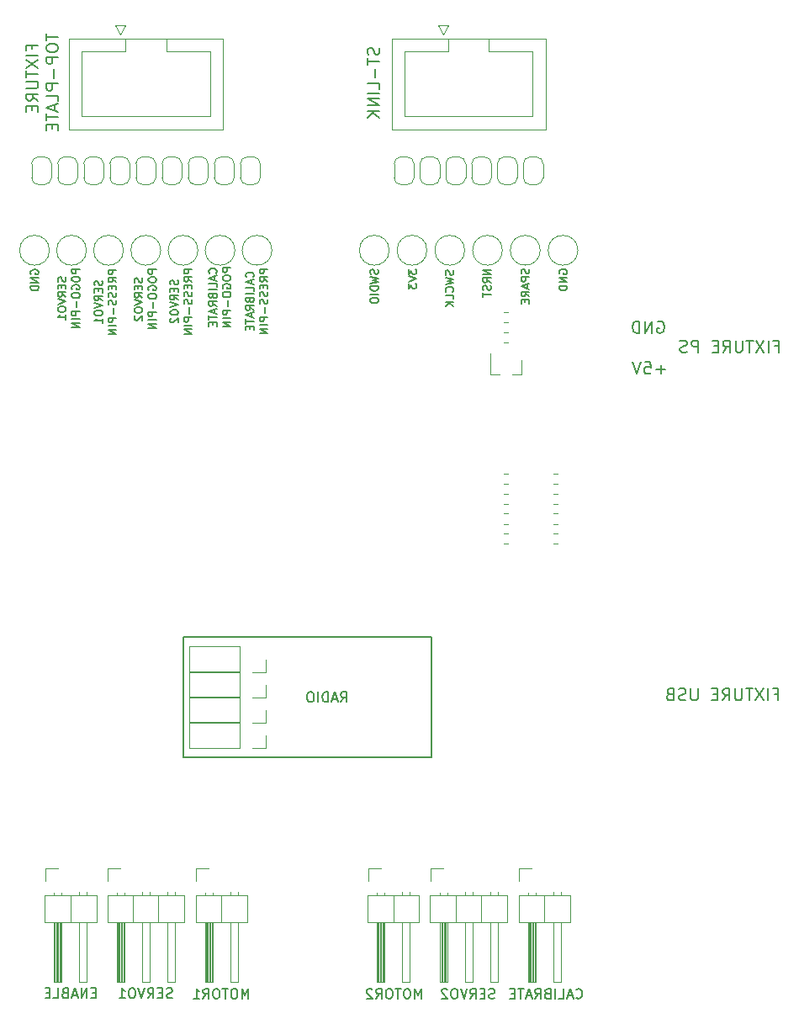
<source format=gbr>
%TF.GenerationSoftware,KiCad,Pcbnew,(5.1.10)-1*%
%TF.CreationDate,2021-11-07T17:05:54+13:00*%
%TF.ProjectId,THE_BRAINS_FIXTURE,5448455f-4252-4414-994e-535f46495854,rev?*%
%TF.SameCoordinates,Original*%
%TF.FileFunction,Legend,Bot*%
%TF.FilePolarity,Positive*%
%FSLAX46Y46*%
G04 Gerber Fmt 4.6, Leading zero omitted, Abs format (unit mm)*
G04 Created by KiCad (PCBNEW (5.1.10)-1) date 2021-11-07 17:05:54*
%MOMM*%
%LPD*%
G01*
G04 APERTURE LIST*
%ADD10C,0.200000*%
%ADD11C,0.120000*%
G04 APERTURE END LIST*
D10*
X172323809Y-75891666D02*
X172361904Y-76005952D01*
X172361904Y-76196428D01*
X172323809Y-76272619D01*
X172285714Y-76310714D01*
X172209523Y-76348809D01*
X172133333Y-76348809D01*
X172057142Y-76310714D01*
X172019047Y-76272619D01*
X171980952Y-76196428D01*
X171942857Y-76044047D01*
X171904761Y-75967857D01*
X171866666Y-75929761D01*
X171790476Y-75891666D01*
X171714285Y-75891666D01*
X171638095Y-75929761D01*
X171600000Y-75967857D01*
X171561904Y-76044047D01*
X171561904Y-76234523D01*
X171600000Y-76348809D01*
X172361904Y-76691666D02*
X171561904Y-76691666D01*
X171561904Y-76996428D01*
X171600000Y-77072619D01*
X171638095Y-77110714D01*
X171714285Y-77148809D01*
X171828571Y-77148809D01*
X171904761Y-77110714D01*
X171942857Y-77072619D01*
X171980952Y-76996428D01*
X171980952Y-76691666D01*
X172133333Y-77453571D02*
X172133333Y-77834523D01*
X172361904Y-77377380D02*
X171561904Y-77644047D01*
X172361904Y-77910714D01*
X172361904Y-78634523D02*
X171980952Y-78367857D01*
X172361904Y-78177380D02*
X171561904Y-78177380D01*
X171561904Y-78482142D01*
X171600000Y-78558333D01*
X171638095Y-78596428D01*
X171714285Y-78634523D01*
X171828571Y-78634523D01*
X171904761Y-78596428D01*
X171942857Y-78558333D01*
X171980952Y-78482142D01*
X171980952Y-78177380D01*
X171942857Y-78977380D02*
X171942857Y-79244047D01*
X172361904Y-79358333D02*
X172361904Y-78977380D01*
X171561904Y-78977380D01*
X171561904Y-79358333D01*
X122200000Y-76390476D02*
X122161904Y-76314285D01*
X122161904Y-76200000D01*
X122200000Y-76085714D01*
X122276190Y-76009523D01*
X122352380Y-75971428D01*
X122504761Y-75933333D01*
X122619047Y-75933333D01*
X122771428Y-75971428D01*
X122847619Y-76009523D01*
X122923809Y-76085714D01*
X122961904Y-76200000D01*
X122961904Y-76276190D01*
X122923809Y-76390476D01*
X122885714Y-76428571D01*
X122619047Y-76428571D01*
X122619047Y-76276190D01*
X122961904Y-76771428D02*
X122161904Y-76771428D01*
X122961904Y-77228571D01*
X122161904Y-77228571D01*
X122961904Y-77609523D02*
X122161904Y-77609523D01*
X122161904Y-77800000D01*
X122200000Y-77914285D01*
X122276190Y-77990476D01*
X122352380Y-78028571D01*
X122504761Y-78066666D01*
X122619047Y-78066666D01*
X122771428Y-78028571D01*
X122847619Y-77990476D01*
X122923809Y-77914285D01*
X122961904Y-77800000D01*
X122961904Y-77609523D01*
X133373809Y-76766666D02*
X133411904Y-76880952D01*
X133411904Y-77071428D01*
X133373809Y-77147619D01*
X133335714Y-77185714D01*
X133259523Y-77223809D01*
X133183333Y-77223809D01*
X133107142Y-77185714D01*
X133069047Y-77147619D01*
X133030952Y-77071428D01*
X132992857Y-76919047D01*
X132954761Y-76842857D01*
X132916666Y-76804761D01*
X132840476Y-76766666D01*
X132764285Y-76766666D01*
X132688095Y-76804761D01*
X132650000Y-76842857D01*
X132611904Y-76919047D01*
X132611904Y-77109523D01*
X132650000Y-77223809D01*
X132992857Y-77566666D02*
X132992857Y-77833333D01*
X133411904Y-77947619D02*
X133411904Y-77566666D01*
X132611904Y-77566666D01*
X132611904Y-77947619D01*
X133411904Y-78747619D02*
X133030952Y-78480952D01*
X133411904Y-78290476D02*
X132611904Y-78290476D01*
X132611904Y-78595238D01*
X132650000Y-78671428D01*
X132688095Y-78709523D01*
X132764285Y-78747619D01*
X132878571Y-78747619D01*
X132954761Y-78709523D01*
X132992857Y-78671428D01*
X133030952Y-78595238D01*
X133030952Y-78290476D01*
X132611904Y-78976190D02*
X133411904Y-79242857D01*
X132611904Y-79509523D01*
X132611904Y-79928571D02*
X132611904Y-80080952D01*
X132650000Y-80157142D01*
X132726190Y-80233333D01*
X132878571Y-80271428D01*
X133145238Y-80271428D01*
X133297619Y-80233333D01*
X133373809Y-80157142D01*
X133411904Y-80080952D01*
X133411904Y-79928571D01*
X133373809Y-79852380D01*
X133297619Y-79776190D01*
X133145238Y-79738095D01*
X132878571Y-79738095D01*
X132726190Y-79776190D01*
X132650000Y-79852380D01*
X132611904Y-79928571D01*
X132688095Y-80576190D02*
X132650000Y-80614285D01*
X132611904Y-80690476D01*
X132611904Y-80880952D01*
X132650000Y-80957142D01*
X132688095Y-80995238D01*
X132764285Y-81033333D01*
X132840476Y-81033333D01*
X132954761Y-80995238D01*
X133411904Y-80538095D01*
X133411904Y-81033333D01*
X134811904Y-75947619D02*
X134011904Y-75947619D01*
X134011904Y-76252380D01*
X134050000Y-76328571D01*
X134088095Y-76366666D01*
X134164285Y-76404761D01*
X134278571Y-76404761D01*
X134354761Y-76366666D01*
X134392857Y-76328571D01*
X134430952Y-76252380D01*
X134430952Y-75947619D01*
X134011904Y-76900000D02*
X134011904Y-77052380D01*
X134050000Y-77128571D01*
X134126190Y-77204761D01*
X134278571Y-77242857D01*
X134545238Y-77242857D01*
X134697619Y-77204761D01*
X134773809Y-77128571D01*
X134811904Y-77052380D01*
X134811904Y-76900000D01*
X134773809Y-76823809D01*
X134697619Y-76747619D01*
X134545238Y-76709523D01*
X134278571Y-76709523D01*
X134126190Y-76747619D01*
X134050000Y-76823809D01*
X134011904Y-76900000D01*
X134050000Y-78004761D02*
X134011904Y-77928571D01*
X134011904Y-77814285D01*
X134050000Y-77700000D01*
X134126190Y-77623809D01*
X134202380Y-77585714D01*
X134354761Y-77547619D01*
X134469047Y-77547619D01*
X134621428Y-77585714D01*
X134697619Y-77623809D01*
X134773809Y-77700000D01*
X134811904Y-77814285D01*
X134811904Y-77890476D01*
X134773809Y-78004761D01*
X134735714Y-78042857D01*
X134469047Y-78042857D01*
X134469047Y-77890476D01*
X134011904Y-78538095D02*
X134011904Y-78690476D01*
X134050000Y-78766666D01*
X134126190Y-78842857D01*
X134278571Y-78880952D01*
X134545238Y-78880952D01*
X134697619Y-78842857D01*
X134773809Y-78766666D01*
X134811904Y-78690476D01*
X134811904Y-78538095D01*
X134773809Y-78461904D01*
X134697619Y-78385714D01*
X134545238Y-78347619D01*
X134278571Y-78347619D01*
X134126190Y-78385714D01*
X134050000Y-78461904D01*
X134011904Y-78538095D01*
X134507142Y-79223809D02*
X134507142Y-79833333D01*
X134811904Y-80214285D02*
X134011904Y-80214285D01*
X134011904Y-80519047D01*
X134050000Y-80595238D01*
X134088095Y-80633333D01*
X134164285Y-80671428D01*
X134278571Y-80671428D01*
X134354761Y-80633333D01*
X134392857Y-80595238D01*
X134430952Y-80519047D01*
X134430952Y-80214285D01*
X134811904Y-81014285D02*
X134011904Y-81014285D01*
X134811904Y-81395238D02*
X134011904Y-81395238D01*
X134811904Y-81852380D01*
X134011904Y-81852380D01*
X125673809Y-76691666D02*
X125711904Y-76805952D01*
X125711904Y-76996428D01*
X125673809Y-77072619D01*
X125635714Y-77110714D01*
X125559523Y-77148809D01*
X125483333Y-77148809D01*
X125407142Y-77110714D01*
X125369047Y-77072619D01*
X125330952Y-76996428D01*
X125292857Y-76844047D01*
X125254761Y-76767857D01*
X125216666Y-76729761D01*
X125140476Y-76691666D01*
X125064285Y-76691666D01*
X124988095Y-76729761D01*
X124950000Y-76767857D01*
X124911904Y-76844047D01*
X124911904Y-77034523D01*
X124950000Y-77148809D01*
X125292857Y-77491666D02*
X125292857Y-77758333D01*
X125711904Y-77872619D02*
X125711904Y-77491666D01*
X124911904Y-77491666D01*
X124911904Y-77872619D01*
X125711904Y-78672619D02*
X125330952Y-78405952D01*
X125711904Y-78215476D02*
X124911904Y-78215476D01*
X124911904Y-78520238D01*
X124950000Y-78596428D01*
X124988095Y-78634523D01*
X125064285Y-78672619D01*
X125178571Y-78672619D01*
X125254761Y-78634523D01*
X125292857Y-78596428D01*
X125330952Y-78520238D01*
X125330952Y-78215476D01*
X124911904Y-78901190D02*
X125711904Y-79167857D01*
X124911904Y-79434523D01*
X124911904Y-79853571D02*
X124911904Y-80005952D01*
X124950000Y-80082142D01*
X125026190Y-80158333D01*
X125178571Y-80196428D01*
X125445238Y-80196428D01*
X125597619Y-80158333D01*
X125673809Y-80082142D01*
X125711904Y-80005952D01*
X125711904Y-79853571D01*
X125673809Y-79777380D01*
X125597619Y-79701190D01*
X125445238Y-79663095D01*
X125178571Y-79663095D01*
X125026190Y-79701190D01*
X124950000Y-79777380D01*
X124911904Y-79853571D01*
X125711904Y-80958333D02*
X125711904Y-80501190D01*
X125711904Y-80729761D02*
X124911904Y-80729761D01*
X125026190Y-80653571D01*
X125102380Y-80577380D01*
X125140476Y-80501190D01*
X127111904Y-75872619D02*
X126311904Y-75872619D01*
X126311904Y-76177380D01*
X126350000Y-76253571D01*
X126388095Y-76291666D01*
X126464285Y-76329761D01*
X126578571Y-76329761D01*
X126654761Y-76291666D01*
X126692857Y-76253571D01*
X126730952Y-76177380D01*
X126730952Y-75872619D01*
X126311904Y-76825000D02*
X126311904Y-76977380D01*
X126350000Y-77053571D01*
X126426190Y-77129761D01*
X126578571Y-77167857D01*
X126845238Y-77167857D01*
X126997619Y-77129761D01*
X127073809Y-77053571D01*
X127111904Y-76977380D01*
X127111904Y-76825000D01*
X127073809Y-76748809D01*
X126997619Y-76672619D01*
X126845238Y-76634523D01*
X126578571Y-76634523D01*
X126426190Y-76672619D01*
X126350000Y-76748809D01*
X126311904Y-76825000D01*
X126350000Y-77929761D02*
X126311904Y-77853571D01*
X126311904Y-77739285D01*
X126350000Y-77625000D01*
X126426190Y-77548809D01*
X126502380Y-77510714D01*
X126654761Y-77472619D01*
X126769047Y-77472619D01*
X126921428Y-77510714D01*
X126997619Y-77548809D01*
X127073809Y-77625000D01*
X127111904Y-77739285D01*
X127111904Y-77815476D01*
X127073809Y-77929761D01*
X127035714Y-77967857D01*
X126769047Y-77967857D01*
X126769047Y-77815476D01*
X126311904Y-78463095D02*
X126311904Y-78615476D01*
X126350000Y-78691666D01*
X126426190Y-78767857D01*
X126578571Y-78805952D01*
X126845238Y-78805952D01*
X126997619Y-78767857D01*
X127073809Y-78691666D01*
X127111904Y-78615476D01*
X127111904Y-78463095D01*
X127073809Y-78386904D01*
X126997619Y-78310714D01*
X126845238Y-78272619D01*
X126578571Y-78272619D01*
X126426190Y-78310714D01*
X126350000Y-78386904D01*
X126311904Y-78463095D01*
X126807142Y-79148809D02*
X126807142Y-79758333D01*
X127111904Y-80139285D02*
X126311904Y-80139285D01*
X126311904Y-80444047D01*
X126350000Y-80520238D01*
X126388095Y-80558333D01*
X126464285Y-80596428D01*
X126578571Y-80596428D01*
X126654761Y-80558333D01*
X126692857Y-80520238D01*
X126730952Y-80444047D01*
X126730952Y-80139285D01*
X127111904Y-80939285D02*
X126311904Y-80939285D01*
X127111904Y-81320238D02*
X126311904Y-81320238D01*
X127111904Y-81777380D01*
X126311904Y-81777380D01*
X129348809Y-77066666D02*
X129386904Y-77180952D01*
X129386904Y-77371428D01*
X129348809Y-77447619D01*
X129310714Y-77485714D01*
X129234523Y-77523809D01*
X129158333Y-77523809D01*
X129082142Y-77485714D01*
X129044047Y-77447619D01*
X129005952Y-77371428D01*
X128967857Y-77219047D01*
X128929761Y-77142857D01*
X128891666Y-77104761D01*
X128815476Y-77066666D01*
X128739285Y-77066666D01*
X128663095Y-77104761D01*
X128625000Y-77142857D01*
X128586904Y-77219047D01*
X128586904Y-77409523D01*
X128625000Y-77523809D01*
X128967857Y-77866666D02*
X128967857Y-78133333D01*
X129386904Y-78247619D02*
X129386904Y-77866666D01*
X128586904Y-77866666D01*
X128586904Y-78247619D01*
X129386904Y-79047619D02*
X129005952Y-78780952D01*
X129386904Y-78590476D02*
X128586904Y-78590476D01*
X128586904Y-78895238D01*
X128625000Y-78971428D01*
X128663095Y-79009523D01*
X128739285Y-79047619D01*
X128853571Y-79047619D01*
X128929761Y-79009523D01*
X128967857Y-78971428D01*
X129005952Y-78895238D01*
X129005952Y-78590476D01*
X128586904Y-79276190D02*
X129386904Y-79542857D01*
X128586904Y-79809523D01*
X128586904Y-80228571D02*
X128586904Y-80380952D01*
X128625000Y-80457142D01*
X128701190Y-80533333D01*
X128853571Y-80571428D01*
X129120238Y-80571428D01*
X129272619Y-80533333D01*
X129348809Y-80457142D01*
X129386904Y-80380952D01*
X129386904Y-80228571D01*
X129348809Y-80152380D01*
X129272619Y-80076190D01*
X129120238Y-80038095D01*
X128853571Y-80038095D01*
X128701190Y-80076190D01*
X128625000Y-80152380D01*
X128586904Y-80228571D01*
X129386904Y-81333333D02*
X129386904Y-80876190D01*
X129386904Y-81104761D02*
X128586904Y-81104761D01*
X128701190Y-81028571D01*
X128777380Y-80952380D01*
X128815476Y-80876190D01*
X130786904Y-75961904D02*
X129986904Y-75961904D01*
X129986904Y-76266666D01*
X130025000Y-76342857D01*
X130063095Y-76380952D01*
X130139285Y-76419047D01*
X130253571Y-76419047D01*
X130329761Y-76380952D01*
X130367857Y-76342857D01*
X130405952Y-76266666D01*
X130405952Y-75961904D01*
X130786904Y-77219047D02*
X130405952Y-76952380D01*
X130786904Y-76761904D02*
X129986904Y-76761904D01*
X129986904Y-77066666D01*
X130025000Y-77142857D01*
X130063095Y-77180952D01*
X130139285Y-77219047D01*
X130253571Y-77219047D01*
X130329761Y-77180952D01*
X130367857Y-77142857D01*
X130405952Y-77066666D01*
X130405952Y-76761904D01*
X130367857Y-77561904D02*
X130367857Y-77828571D01*
X130786904Y-77942857D02*
X130786904Y-77561904D01*
X129986904Y-77561904D01*
X129986904Y-77942857D01*
X130748809Y-78247619D02*
X130786904Y-78361904D01*
X130786904Y-78552380D01*
X130748809Y-78628571D01*
X130710714Y-78666666D01*
X130634523Y-78704761D01*
X130558333Y-78704761D01*
X130482142Y-78666666D01*
X130444047Y-78628571D01*
X130405952Y-78552380D01*
X130367857Y-78400000D01*
X130329761Y-78323809D01*
X130291666Y-78285714D01*
X130215476Y-78247619D01*
X130139285Y-78247619D01*
X130063095Y-78285714D01*
X130025000Y-78323809D01*
X129986904Y-78400000D01*
X129986904Y-78590476D01*
X130025000Y-78704761D01*
X130748809Y-79009523D02*
X130786904Y-79123809D01*
X130786904Y-79314285D01*
X130748809Y-79390476D01*
X130710714Y-79428571D01*
X130634523Y-79466666D01*
X130558333Y-79466666D01*
X130482142Y-79428571D01*
X130444047Y-79390476D01*
X130405952Y-79314285D01*
X130367857Y-79161904D01*
X130329761Y-79085714D01*
X130291666Y-79047619D01*
X130215476Y-79009523D01*
X130139285Y-79009523D01*
X130063095Y-79047619D01*
X130025000Y-79085714D01*
X129986904Y-79161904D01*
X129986904Y-79352380D01*
X130025000Y-79466666D01*
X130482142Y-79809523D02*
X130482142Y-80419047D01*
X130786904Y-80800000D02*
X129986904Y-80800000D01*
X129986904Y-81104761D01*
X130025000Y-81180952D01*
X130063095Y-81219047D01*
X130139285Y-81257142D01*
X130253571Y-81257142D01*
X130329761Y-81219047D01*
X130367857Y-81180952D01*
X130405952Y-81104761D01*
X130405952Y-80800000D01*
X130786904Y-81600000D02*
X129986904Y-81600000D01*
X130786904Y-81980952D02*
X129986904Y-81980952D01*
X130786904Y-82438095D01*
X129986904Y-82438095D01*
X136973809Y-77016666D02*
X137011904Y-77130952D01*
X137011904Y-77321428D01*
X136973809Y-77397619D01*
X136935714Y-77435714D01*
X136859523Y-77473809D01*
X136783333Y-77473809D01*
X136707142Y-77435714D01*
X136669047Y-77397619D01*
X136630952Y-77321428D01*
X136592857Y-77169047D01*
X136554761Y-77092857D01*
X136516666Y-77054761D01*
X136440476Y-77016666D01*
X136364285Y-77016666D01*
X136288095Y-77054761D01*
X136250000Y-77092857D01*
X136211904Y-77169047D01*
X136211904Y-77359523D01*
X136250000Y-77473809D01*
X136592857Y-77816666D02*
X136592857Y-78083333D01*
X137011904Y-78197619D02*
X137011904Y-77816666D01*
X136211904Y-77816666D01*
X136211904Y-78197619D01*
X137011904Y-78997619D02*
X136630952Y-78730952D01*
X137011904Y-78540476D02*
X136211904Y-78540476D01*
X136211904Y-78845238D01*
X136250000Y-78921428D01*
X136288095Y-78959523D01*
X136364285Y-78997619D01*
X136478571Y-78997619D01*
X136554761Y-78959523D01*
X136592857Y-78921428D01*
X136630952Y-78845238D01*
X136630952Y-78540476D01*
X136211904Y-79226190D02*
X137011904Y-79492857D01*
X136211904Y-79759523D01*
X136211904Y-80178571D02*
X136211904Y-80330952D01*
X136250000Y-80407142D01*
X136326190Y-80483333D01*
X136478571Y-80521428D01*
X136745238Y-80521428D01*
X136897619Y-80483333D01*
X136973809Y-80407142D01*
X137011904Y-80330952D01*
X137011904Y-80178571D01*
X136973809Y-80102380D01*
X136897619Y-80026190D01*
X136745238Y-79988095D01*
X136478571Y-79988095D01*
X136326190Y-80026190D01*
X136250000Y-80102380D01*
X136211904Y-80178571D01*
X136288095Y-80826190D02*
X136250000Y-80864285D01*
X136211904Y-80940476D01*
X136211904Y-81130952D01*
X136250000Y-81207142D01*
X136288095Y-81245238D01*
X136364285Y-81283333D01*
X136440476Y-81283333D01*
X136554761Y-81245238D01*
X137011904Y-80788095D01*
X137011904Y-81283333D01*
X138411904Y-75911904D02*
X137611904Y-75911904D01*
X137611904Y-76216666D01*
X137650000Y-76292857D01*
X137688095Y-76330952D01*
X137764285Y-76369047D01*
X137878571Y-76369047D01*
X137954761Y-76330952D01*
X137992857Y-76292857D01*
X138030952Y-76216666D01*
X138030952Y-75911904D01*
X138411904Y-77169047D02*
X138030952Y-76902380D01*
X138411904Y-76711904D02*
X137611904Y-76711904D01*
X137611904Y-77016666D01*
X137650000Y-77092857D01*
X137688095Y-77130952D01*
X137764285Y-77169047D01*
X137878571Y-77169047D01*
X137954761Y-77130952D01*
X137992857Y-77092857D01*
X138030952Y-77016666D01*
X138030952Y-76711904D01*
X137992857Y-77511904D02*
X137992857Y-77778571D01*
X138411904Y-77892857D02*
X138411904Y-77511904D01*
X137611904Y-77511904D01*
X137611904Y-77892857D01*
X138373809Y-78197619D02*
X138411904Y-78311904D01*
X138411904Y-78502380D01*
X138373809Y-78578571D01*
X138335714Y-78616666D01*
X138259523Y-78654761D01*
X138183333Y-78654761D01*
X138107142Y-78616666D01*
X138069047Y-78578571D01*
X138030952Y-78502380D01*
X137992857Y-78350000D01*
X137954761Y-78273809D01*
X137916666Y-78235714D01*
X137840476Y-78197619D01*
X137764285Y-78197619D01*
X137688095Y-78235714D01*
X137650000Y-78273809D01*
X137611904Y-78350000D01*
X137611904Y-78540476D01*
X137650000Y-78654761D01*
X138373809Y-78959523D02*
X138411904Y-79073809D01*
X138411904Y-79264285D01*
X138373809Y-79340476D01*
X138335714Y-79378571D01*
X138259523Y-79416666D01*
X138183333Y-79416666D01*
X138107142Y-79378571D01*
X138069047Y-79340476D01*
X138030952Y-79264285D01*
X137992857Y-79111904D01*
X137954761Y-79035714D01*
X137916666Y-78997619D01*
X137840476Y-78959523D01*
X137764285Y-78959523D01*
X137688095Y-78997619D01*
X137650000Y-79035714D01*
X137611904Y-79111904D01*
X137611904Y-79302380D01*
X137650000Y-79416666D01*
X138107142Y-79759523D02*
X138107142Y-80369047D01*
X138411904Y-80750000D02*
X137611904Y-80750000D01*
X137611904Y-81054761D01*
X137650000Y-81130952D01*
X137688095Y-81169047D01*
X137764285Y-81207142D01*
X137878571Y-81207142D01*
X137954761Y-81169047D01*
X137992857Y-81130952D01*
X138030952Y-81054761D01*
X138030952Y-80750000D01*
X138411904Y-81550000D02*
X137611904Y-81550000D01*
X138411904Y-81930952D02*
X137611904Y-81930952D01*
X138411904Y-82388095D01*
X137611904Y-82388095D01*
X144535714Y-76705952D02*
X144573809Y-76667857D01*
X144611904Y-76553571D01*
X144611904Y-76477380D01*
X144573809Y-76363095D01*
X144497619Y-76286904D01*
X144421428Y-76248809D01*
X144269047Y-76210714D01*
X144154761Y-76210714D01*
X144002380Y-76248809D01*
X143926190Y-76286904D01*
X143850000Y-76363095D01*
X143811904Y-76477380D01*
X143811904Y-76553571D01*
X143850000Y-76667857D01*
X143888095Y-76705952D01*
X144383333Y-77010714D02*
X144383333Y-77391666D01*
X144611904Y-76934523D02*
X143811904Y-77201190D01*
X144611904Y-77467857D01*
X144611904Y-78115476D02*
X144611904Y-77734523D01*
X143811904Y-77734523D01*
X144611904Y-78382142D02*
X143811904Y-78382142D01*
X144192857Y-79029761D02*
X144230952Y-79144047D01*
X144269047Y-79182142D01*
X144345238Y-79220238D01*
X144459523Y-79220238D01*
X144535714Y-79182142D01*
X144573809Y-79144047D01*
X144611904Y-79067857D01*
X144611904Y-78763095D01*
X143811904Y-78763095D01*
X143811904Y-79029761D01*
X143850000Y-79105952D01*
X143888095Y-79144047D01*
X143964285Y-79182142D01*
X144040476Y-79182142D01*
X144116666Y-79144047D01*
X144154761Y-79105952D01*
X144192857Y-79029761D01*
X144192857Y-78763095D01*
X144611904Y-80020238D02*
X144230952Y-79753571D01*
X144611904Y-79563095D02*
X143811904Y-79563095D01*
X143811904Y-79867857D01*
X143850000Y-79944047D01*
X143888095Y-79982142D01*
X143964285Y-80020238D01*
X144078571Y-80020238D01*
X144154761Y-79982142D01*
X144192857Y-79944047D01*
X144230952Y-79867857D01*
X144230952Y-79563095D01*
X144383333Y-80325000D02*
X144383333Y-80705952D01*
X144611904Y-80248809D02*
X143811904Y-80515476D01*
X144611904Y-80782142D01*
X143811904Y-80934523D02*
X143811904Y-81391666D01*
X144611904Y-81163095D02*
X143811904Y-81163095D01*
X144192857Y-81658333D02*
X144192857Y-81925000D01*
X144611904Y-82039285D02*
X144611904Y-81658333D01*
X143811904Y-81658333D01*
X143811904Y-82039285D01*
X146011904Y-75886904D02*
X145211904Y-75886904D01*
X145211904Y-76191666D01*
X145250000Y-76267857D01*
X145288095Y-76305952D01*
X145364285Y-76344047D01*
X145478571Y-76344047D01*
X145554761Y-76305952D01*
X145592857Y-76267857D01*
X145630952Y-76191666D01*
X145630952Y-75886904D01*
X146011904Y-77144047D02*
X145630952Y-76877380D01*
X146011904Y-76686904D02*
X145211904Y-76686904D01*
X145211904Y-76991666D01*
X145250000Y-77067857D01*
X145288095Y-77105952D01*
X145364285Y-77144047D01*
X145478571Y-77144047D01*
X145554761Y-77105952D01*
X145592857Y-77067857D01*
X145630952Y-76991666D01*
X145630952Y-76686904D01*
X145592857Y-77486904D02*
X145592857Y-77753571D01*
X146011904Y-77867857D02*
X146011904Y-77486904D01*
X145211904Y-77486904D01*
X145211904Y-77867857D01*
X145973809Y-78172619D02*
X146011904Y-78286904D01*
X146011904Y-78477380D01*
X145973809Y-78553571D01*
X145935714Y-78591666D01*
X145859523Y-78629761D01*
X145783333Y-78629761D01*
X145707142Y-78591666D01*
X145669047Y-78553571D01*
X145630952Y-78477380D01*
X145592857Y-78325000D01*
X145554761Y-78248809D01*
X145516666Y-78210714D01*
X145440476Y-78172619D01*
X145364285Y-78172619D01*
X145288095Y-78210714D01*
X145250000Y-78248809D01*
X145211904Y-78325000D01*
X145211904Y-78515476D01*
X145250000Y-78629761D01*
X145973809Y-78934523D02*
X146011904Y-79048809D01*
X146011904Y-79239285D01*
X145973809Y-79315476D01*
X145935714Y-79353571D01*
X145859523Y-79391666D01*
X145783333Y-79391666D01*
X145707142Y-79353571D01*
X145669047Y-79315476D01*
X145630952Y-79239285D01*
X145592857Y-79086904D01*
X145554761Y-79010714D01*
X145516666Y-78972619D01*
X145440476Y-78934523D01*
X145364285Y-78934523D01*
X145288095Y-78972619D01*
X145250000Y-79010714D01*
X145211904Y-79086904D01*
X145211904Y-79277380D01*
X145250000Y-79391666D01*
X145707142Y-79734523D02*
X145707142Y-80344047D01*
X146011904Y-80725000D02*
X145211904Y-80725000D01*
X145211904Y-81029761D01*
X145250000Y-81105952D01*
X145288095Y-81144047D01*
X145364285Y-81182142D01*
X145478571Y-81182142D01*
X145554761Y-81144047D01*
X145592857Y-81105952D01*
X145630952Y-81029761D01*
X145630952Y-80725000D01*
X146011904Y-81525000D02*
X145211904Y-81525000D01*
X146011904Y-81905952D02*
X145211904Y-81905952D01*
X146011904Y-82363095D01*
X145211904Y-82363095D01*
X140810714Y-76305952D02*
X140848809Y-76267857D01*
X140886904Y-76153571D01*
X140886904Y-76077380D01*
X140848809Y-75963095D01*
X140772619Y-75886904D01*
X140696428Y-75848809D01*
X140544047Y-75810714D01*
X140429761Y-75810714D01*
X140277380Y-75848809D01*
X140201190Y-75886904D01*
X140125000Y-75963095D01*
X140086904Y-76077380D01*
X140086904Y-76153571D01*
X140125000Y-76267857D01*
X140163095Y-76305952D01*
X140658333Y-76610714D02*
X140658333Y-76991666D01*
X140886904Y-76534523D02*
X140086904Y-76801190D01*
X140886904Y-77067857D01*
X140886904Y-77715476D02*
X140886904Y-77334523D01*
X140086904Y-77334523D01*
X140886904Y-77982142D02*
X140086904Y-77982142D01*
X140467857Y-78629761D02*
X140505952Y-78744047D01*
X140544047Y-78782142D01*
X140620238Y-78820238D01*
X140734523Y-78820238D01*
X140810714Y-78782142D01*
X140848809Y-78744047D01*
X140886904Y-78667857D01*
X140886904Y-78363095D01*
X140086904Y-78363095D01*
X140086904Y-78629761D01*
X140125000Y-78705952D01*
X140163095Y-78744047D01*
X140239285Y-78782142D01*
X140315476Y-78782142D01*
X140391666Y-78744047D01*
X140429761Y-78705952D01*
X140467857Y-78629761D01*
X140467857Y-78363095D01*
X140886904Y-79620238D02*
X140505952Y-79353571D01*
X140886904Y-79163095D02*
X140086904Y-79163095D01*
X140086904Y-79467857D01*
X140125000Y-79544047D01*
X140163095Y-79582142D01*
X140239285Y-79620238D01*
X140353571Y-79620238D01*
X140429761Y-79582142D01*
X140467857Y-79544047D01*
X140505952Y-79467857D01*
X140505952Y-79163095D01*
X140658333Y-79925000D02*
X140658333Y-80305952D01*
X140886904Y-79848809D02*
X140086904Y-80115476D01*
X140886904Y-80382142D01*
X140086904Y-80534523D02*
X140086904Y-80991666D01*
X140886904Y-80763095D02*
X140086904Y-80763095D01*
X140467857Y-81258333D02*
X140467857Y-81525000D01*
X140886904Y-81639285D02*
X140886904Y-81258333D01*
X140086904Y-81258333D01*
X140086904Y-81639285D01*
X142286904Y-75772619D02*
X141486904Y-75772619D01*
X141486904Y-76077380D01*
X141525000Y-76153571D01*
X141563095Y-76191666D01*
X141639285Y-76229761D01*
X141753571Y-76229761D01*
X141829761Y-76191666D01*
X141867857Y-76153571D01*
X141905952Y-76077380D01*
X141905952Y-75772619D01*
X141486904Y-76725000D02*
X141486904Y-76877380D01*
X141525000Y-76953571D01*
X141601190Y-77029761D01*
X141753571Y-77067857D01*
X142020238Y-77067857D01*
X142172619Y-77029761D01*
X142248809Y-76953571D01*
X142286904Y-76877380D01*
X142286904Y-76725000D01*
X142248809Y-76648809D01*
X142172619Y-76572619D01*
X142020238Y-76534523D01*
X141753571Y-76534523D01*
X141601190Y-76572619D01*
X141525000Y-76648809D01*
X141486904Y-76725000D01*
X141525000Y-77829761D02*
X141486904Y-77753571D01*
X141486904Y-77639285D01*
X141525000Y-77525000D01*
X141601190Y-77448809D01*
X141677380Y-77410714D01*
X141829761Y-77372619D01*
X141944047Y-77372619D01*
X142096428Y-77410714D01*
X142172619Y-77448809D01*
X142248809Y-77525000D01*
X142286904Y-77639285D01*
X142286904Y-77715476D01*
X142248809Y-77829761D01*
X142210714Y-77867857D01*
X141944047Y-77867857D01*
X141944047Y-77715476D01*
X141486904Y-78363095D02*
X141486904Y-78515476D01*
X141525000Y-78591666D01*
X141601190Y-78667857D01*
X141753571Y-78705952D01*
X142020238Y-78705952D01*
X142172619Y-78667857D01*
X142248809Y-78591666D01*
X142286904Y-78515476D01*
X142286904Y-78363095D01*
X142248809Y-78286904D01*
X142172619Y-78210714D01*
X142020238Y-78172619D01*
X141753571Y-78172619D01*
X141601190Y-78210714D01*
X141525000Y-78286904D01*
X141486904Y-78363095D01*
X141982142Y-79048809D02*
X141982142Y-79658333D01*
X142286904Y-80039285D02*
X141486904Y-80039285D01*
X141486904Y-80344047D01*
X141525000Y-80420238D01*
X141563095Y-80458333D01*
X141639285Y-80496428D01*
X141753571Y-80496428D01*
X141829761Y-80458333D01*
X141867857Y-80420238D01*
X141905952Y-80344047D01*
X141905952Y-80039285D01*
X142286904Y-80839285D02*
X141486904Y-80839285D01*
X142286904Y-81220238D02*
X141486904Y-81220238D01*
X142286904Y-81677380D01*
X141486904Y-81677380D01*
X175400000Y-76365476D02*
X175361904Y-76289285D01*
X175361904Y-76175000D01*
X175400000Y-76060714D01*
X175476190Y-75984523D01*
X175552380Y-75946428D01*
X175704761Y-75908333D01*
X175819047Y-75908333D01*
X175971428Y-75946428D01*
X176047619Y-75984523D01*
X176123809Y-76060714D01*
X176161904Y-76175000D01*
X176161904Y-76251190D01*
X176123809Y-76365476D01*
X176085714Y-76403571D01*
X175819047Y-76403571D01*
X175819047Y-76251190D01*
X176161904Y-76746428D02*
X175361904Y-76746428D01*
X176161904Y-77203571D01*
X175361904Y-77203571D01*
X176161904Y-77584523D02*
X175361904Y-77584523D01*
X175361904Y-77775000D01*
X175400000Y-77889285D01*
X175476190Y-77965476D01*
X175552380Y-78003571D01*
X175704761Y-78041666D01*
X175819047Y-78041666D01*
X175971428Y-78003571D01*
X176047619Y-77965476D01*
X176123809Y-77889285D01*
X176161904Y-77775000D01*
X176161904Y-77584523D01*
X168486904Y-75960714D02*
X167686904Y-75960714D01*
X168486904Y-76417857D01*
X167686904Y-76417857D01*
X168486904Y-77255952D02*
X168105952Y-76989285D01*
X168486904Y-76798809D02*
X167686904Y-76798809D01*
X167686904Y-77103571D01*
X167725000Y-77179761D01*
X167763095Y-77217857D01*
X167839285Y-77255952D01*
X167953571Y-77255952D01*
X168029761Y-77217857D01*
X168067857Y-77179761D01*
X168105952Y-77103571D01*
X168105952Y-76798809D01*
X168448809Y-77560714D02*
X168486904Y-77675000D01*
X168486904Y-77865476D01*
X168448809Y-77941666D01*
X168410714Y-77979761D01*
X168334523Y-78017857D01*
X168258333Y-78017857D01*
X168182142Y-77979761D01*
X168144047Y-77941666D01*
X168105952Y-77865476D01*
X168067857Y-77713095D01*
X168029761Y-77636904D01*
X167991666Y-77598809D01*
X167915476Y-77560714D01*
X167839285Y-77560714D01*
X167763095Y-77598809D01*
X167725000Y-77636904D01*
X167686904Y-77713095D01*
X167686904Y-77903571D01*
X167725000Y-78017857D01*
X167686904Y-78246428D02*
X167686904Y-78703571D01*
X168486904Y-78475000D02*
X167686904Y-78475000D01*
X164673809Y-76015476D02*
X164711904Y-76129761D01*
X164711904Y-76320238D01*
X164673809Y-76396428D01*
X164635714Y-76434523D01*
X164559523Y-76472619D01*
X164483333Y-76472619D01*
X164407142Y-76434523D01*
X164369047Y-76396428D01*
X164330952Y-76320238D01*
X164292857Y-76167857D01*
X164254761Y-76091666D01*
X164216666Y-76053571D01*
X164140476Y-76015476D01*
X164064285Y-76015476D01*
X163988095Y-76053571D01*
X163950000Y-76091666D01*
X163911904Y-76167857D01*
X163911904Y-76358333D01*
X163950000Y-76472619D01*
X163911904Y-76739285D02*
X164711904Y-76929761D01*
X164140476Y-77082142D01*
X164711904Y-77234523D01*
X163911904Y-77425000D01*
X164635714Y-78186904D02*
X164673809Y-78148809D01*
X164711904Y-78034523D01*
X164711904Y-77958333D01*
X164673809Y-77844047D01*
X164597619Y-77767857D01*
X164521428Y-77729761D01*
X164369047Y-77691666D01*
X164254761Y-77691666D01*
X164102380Y-77729761D01*
X164026190Y-77767857D01*
X163950000Y-77844047D01*
X163911904Y-77958333D01*
X163911904Y-78034523D01*
X163950000Y-78148809D01*
X163988095Y-78186904D01*
X164711904Y-78910714D02*
X164711904Y-78529761D01*
X163911904Y-78529761D01*
X164711904Y-79177380D02*
X163911904Y-79177380D01*
X164711904Y-79634523D02*
X164254761Y-79291666D01*
X163911904Y-79634523D02*
X164369047Y-79177380D01*
X160186904Y-75884523D02*
X160186904Y-76379761D01*
X160491666Y-76113095D01*
X160491666Y-76227380D01*
X160529761Y-76303571D01*
X160567857Y-76341666D01*
X160644047Y-76379761D01*
X160834523Y-76379761D01*
X160910714Y-76341666D01*
X160948809Y-76303571D01*
X160986904Y-76227380D01*
X160986904Y-75998809D01*
X160948809Y-75922619D01*
X160910714Y-75884523D01*
X160186904Y-76608333D02*
X160986904Y-76875000D01*
X160186904Y-77141666D01*
X160186904Y-77332142D02*
X160186904Y-77827380D01*
X160491666Y-77560714D01*
X160491666Y-77675000D01*
X160529761Y-77751190D01*
X160567857Y-77789285D01*
X160644047Y-77827380D01*
X160834523Y-77827380D01*
X160910714Y-77789285D01*
X160948809Y-77751190D01*
X160986904Y-77675000D01*
X160986904Y-77446428D01*
X160948809Y-77370238D01*
X160910714Y-77332142D01*
X157123809Y-75929761D02*
X157161904Y-76044047D01*
X157161904Y-76234523D01*
X157123809Y-76310714D01*
X157085714Y-76348809D01*
X157009523Y-76386904D01*
X156933333Y-76386904D01*
X156857142Y-76348809D01*
X156819047Y-76310714D01*
X156780952Y-76234523D01*
X156742857Y-76082142D01*
X156704761Y-76005952D01*
X156666666Y-75967857D01*
X156590476Y-75929761D01*
X156514285Y-75929761D01*
X156438095Y-75967857D01*
X156400000Y-76005952D01*
X156361904Y-76082142D01*
X156361904Y-76272619D01*
X156400000Y-76386904D01*
X156361904Y-76653571D02*
X157161904Y-76844047D01*
X156590476Y-76996428D01*
X157161904Y-77148809D01*
X156361904Y-77339285D01*
X157161904Y-77644047D02*
X156361904Y-77644047D01*
X156361904Y-77834523D01*
X156400000Y-77948809D01*
X156476190Y-78025000D01*
X156552380Y-78063095D01*
X156704761Y-78101190D01*
X156819047Y-78101190D01*
X156971428Y-78063095D01*
X157047619Y-78025000D01*
X157123809Y-77948809D01*
X157161904Y-77834523D01*
X157161904Y-77644047D01*
X157161904Y-78444047D02*
X156361904Y-78444047D01*
X156361904Y-78977380D02*
X156361904Y-79129761D01*
X156400000Y-79205952D01*
X156476190Y-79282142D01*
X156628571Y-79320238D01*
X156895238Y-79320238D01*
X157047619Y-79282142D01*
X157123809Y-79205952D01*
X157161904Y-79129761D01*
X157161904Y-78977380D01*
X157123809Y-78901190D01*
X157047619Y-78825000D01*
X156895238Y-78786904D01*
X156628571Y-78786904D01*
X156476190Y-78825000D01*
X156400000Y-78901190D01*
X156361904Y-78977380D01*
X153380952Y-119452380D02*
X153714285Y-118976190D01*
X153952380Y-119452380D02*
X153952380Y-118452380D01*
X153571428Y-118452380D01*
X153476190Y-118500000D01*
X153428571Y-118547619D01*
X153380952Y-118642857D01*
X153380952Y-118785714D01*
X153428571Y-118880952D01*
X153476190Y-118928571D01*
X153571428Y-118976190D01*
X153952380Y-118976190D01*
X153000000Y-119166666D02*
X152523809Y-119166666D01*
X153095238Y-119452380D02*
X152761904Y-118452380D01*
X152428571Y-119452380D01*
X152095238Y-119452380D02*
X152095238Y-118452380D01*
X151857142Y-118452380D01*
X151714285Y-118500000D01*
X151619047Y-118595238D01*
X151571428Y-118690476D01*
X151523809Y-118880952D01*
X151523809Y-119023809D01*
X151571428Y-119214285D01*
X151619047Y-119309523D01*
X151714285Y-119404761D01*
X151857142Y-119452380D01*
X152095238Y-119452380D01*
X151095238Y-119452380D02*
X151095238Y-118452380D01*
X150428571Y-118452380D02*
X150238095Y-118452380D01*
X150142857Y-118500000D01*
X150047619Y-118595238D01*
X150000000Y-118785714D01*
X150000000Y-119119047D01*
X150047619Y-119309523D01*
X150142857Y-119404761D01*
X150238095Y-119452380D01*
X150428571Y-119452380D01*
X150523809Y-119404761D01*
X150619047Y-119309523D01*
X150666666Y-119119047D01*
X150666666Y-118785714D01*
X150619047Y-118595238D01*
X150523809Y-118500000D01*
X150428571Y-118452380D01*
X197021428Y-118664285D02*
X197421428Y-118664285D01*
X197421428Y-119292857D02*
X197421428Y-118092857D01*
X196850000Y-118092857D01*
X196392857Y-119292857D02*
X196392857Y-118092857D01*
X195935714Y-118092857D02*
X195135714Y-119292857D01*
X195135714Y-118092857D02*
X195935714Y-119292857D01*
X194850000Y-118092857D02*
X194164285Y-118092857D01*
X194507142Y-119292857D02*
X194507142Y-118092857D01*
X193764285Y-118092857D02*
X193764285Y-119064285D01*
X193707142Y-119178571D01*
X193650000Y-119235714D01*
X193535714Y-119292857D01*
X193307142Y-119292857D01*
X193192857Y-119235714D01*
X193135714Y-119178571D01*
X193078571Y-119064285D01*
X193078571Y-118092857D01*
X191821428Y-119292857D02*
X192221428Y-118721428D01*
X192507142Y-119292857D02*
X192507142Y-118092857D01*
X192050000Y-118092857D01*
X191935714Y-118150000D01*
X191878571Y-118207142D01*
X191821428Y-118321428D01*
X191821428Y-118492857D01*
X191878571Y-118607142D01*
X191935714Y-118664285D01*
X192050000Y-118721428D01*
X192507142Y-118721428D01*
X191307142Y-118664285D02*
X190907142Y-118664285D01*
X190735714Y-119292857D02*
X191307142Y-119292857D01*
X191307142Y-118092857D01*
X190735714Y-118092857D01*
X189307142Y-118092857D02*
X189307142Y-119064285D01*
X189250000Y-119178571D01*
X189192857Y-119235714D01*
X189078571Y-119292857D01*
X188850000Y-119292857D01*
X188735714Y-119235714D01*
X188678571Y-119178571D01*
X188621428Y-119064285D01*
X188621428Y-118092857D01*
X188107142Y-119235714D02*
X187935714Y-119292857D01*
X187650000Y-119292857D01*
X187535714Y-119235714D01*
X187478571Y-119178571D01*
X187421428Y-119064285D01*
X187421428Y-118950000D01*
X187478571Y-118835714D01*
X187535714Y-118778571D01*
X187650000Y-118721428D01*
X187878571Y-118664285D01*
X187992857Y-118607142D01*
X188050000Y-118550000D01*
X188107142Y-118435714D01*
X188107142Y-118321428D01*
X188050000Y-118207142D01*
X187992857Y-118150000D01*
X187878571Y-118092857D01*
X187592857Y-118092857D01*
X187421428Y-118150000D01*
X186507142Y-118664285D02*
X186335714Y-118721428D01*
X186278571Y-118778571D01*
X186221428Y-118892857D01*
X186221428Y-119064285D01*
X186278571Y-119178571D01*
X186335714Y-119235714D01*
X186450000Y-119292857D01*
X186907142Y-119292857D01*
X186907142Y-118092857D01*
X186507142Y-118092857D01*
X186392857Y-118150000D01*
X186335714Y-118207142D01*
X186278571Y-118321428D01*
X186278571Y-118435714D01*
X186335714Y-118550000D01*
X186392857Y-118607142D01*
X186507142Y-118664285D01*
X186907142Y-118664285D01*
X197067857Y-83639285D02*
X197467857Y-83639285D01*
X197467857Y-84267857D02*
X197467857Y-83067857D01*
X196896428Y-83067857D01*
X196439285Y-84267857D02*
X196439285Y-83067857D01*
X195982142Y-83067857D02*
X195182142Y-84267857D01*
X195182142Y-83067857D02*
X195982142Y-84267857D01*
X194896428Y-83067857D02*
X194210714Y-83067857D01*
X194553571Y-84267857D02*
X194553571Y-83067857D01*
X193810714Y-83067857D02*
X193810714Y-84039285D01*
X193753571Y-84153571D01*
X193696428Y-84210714D01*
X193582142Y-84267857D01*
X193353571Y-84267857D01*
X193239285Y-84210714D01*
X193182142Y-84153571D01*
X193125000Y-84039285D01*
X193125000Y-83067857D01*
X191867857Y-84267857D02*
X192267857Y-83696428D01*
X192553571Y-84267857D02*
X192553571Y-83067857D01*
X192096428Y-83067857D01*
X191982142Y-83125000D01*
X191925000Y-83182142D01*
X191867857Y-83296428D01*
X191867857Y-83467857D01*
X191925000Y-83582142D01*
X191982142Y-83639285D01*
X192096428Y-83696428D01*
X192553571Y-83696428D01*
X191353571Y-83639285D02*
X190953571Y-83639285D01*
X190782142Y-84267857D02*
X191353571Y-84267857D01*
X191353571Y-83067857D01*
X190782142Y-83067857D01*
X189353571Y-84267857D02*
X189353571Y-83067857D01*
X188896428Y-83067857D01*
X188782142Y-83125000D01*
X188725000Y-83182142D01*
X188667857Y-83296428D01*
X188667857Y-83467857D01*
X188725000Y-83582142D01*
X188782142Y-83639285D01*
X188896428Y-83696428D01*
X189353571Y-83696428D01*
X188210714Y-84210714D02*
X188039285Y-84267857D01*
X187753571Y-84267857D01*
X187639285Y-84210714D01*
X187582142Y-84153571D01*
X187525000Y-84039285D01*
X187525000Y-83925000D01*
X187582142Y-83810714D01*
X187639285Y-83753571D01*
X187753571Y-83696428D01*
X187982142Y-83639285D01*
X188096428Y-83582142D01*
X188153571Y-83525000D01*
X188210714Y-83410714D01*
X188210714Y-83296428D01*
X188153571Y-83182142D01*
X188096428Y-83125000D01*
X187982142Y-83067857D01*
X187696428Y-83067857D01*
X187525000Y-83125000D01*
X122289285Y-53753571D02*
X122289285Y-53353571D01*
X122917857Y-53353571D02*
X121717857Y-53353571D01*
X121717857Y-53925000D01*
X122917857Y-54382142D02*
X121717857Y-54382142D01*
X121717857Y-54839285D02*
X122917857Y-55639285D01*
X121717857Y-55639285D02*
X122917857Y-54839285D01*
X121717857Y-55925000D02*
X121717857Y-56610714D01*
X122917857Y-56267857D02*
X121717857Y-56267857D01*
X121717857Y-57010714D02*
X122689285Y-57010714D01*
X122803571Y-57067857D01*
X122860714Y-57125000D01*
X122917857Y-57239285D01*
X122917857Y-57467857D01*
X122860714Y-57582142D01*
X122803571Y-57639285D01*
X122689285Y-57696428D01*
X121717857Y-57696428D01*
X122917857Y-58953571D02*
X122346428Y-58553571D01*
X122917857Y-58267857D02*
X121717857Y-58267857D01*
X121717857Y-58725000D01*
X121775000Y-58839285D01*
X121832142Y-58896428D01*
X121946428Y-58953571D01*
X122117857Y-58953571D01*
X122232142Y-58896428D01*
X122289285Y-58839285D01*
X122346428Y-58725000D01*
X122346428Y-58267857D01*
X122289285Y-59467857D02*
X122289285Y-59867857D01*
X122917857Y-60039285D02*
X122917857Y-59467857D01*
X121717857Y-59467857D01*
X121717857Y-60039285D01*
X123717857Y-52210714D02*
X123717857Y-52896428D01*
X124917857Y-52553571D02*
X123717857Y-52553571D01*
X123717857Y-53525000D02*
X123717857Y-53753571D01*
X123775000Y-53867857D01*
X123889285Y-53982142D01*
X124117857Y-54039285D01*
X124517857Y-54039285D01*
X124746428Y-53982142D01*
X124860714Y-53867857D01*
X124917857Y-53753571D01*
X124917857Y-53525000D01*
X124860714Y-53410714D01*
X124746428Y-53296428D01*
X124517857Y-53239285D01*
X124117857Y-53239285D01*
X123889285Y-53296428D01*
X123775000Y-53410714D01*
X123717857Y-53525000D01*
X124917857Y-54553571D02*
X123717857Y-54553571D01*
X123717857Y-55010714D01*
X123775000Y-55125000D01*
X123832142Y-55182142D01*
X123946428Y-55239285D01*
X124117857Y-55239285D01*
X124232142Y-55182142D01*
X124289285Y-55125000D01*
X124346428Y-55010714D01*
X124346428Y-54553571D01*
X124460714Y-55753571D02*
X124460714Y-56667857D01*
X124917857Y-57239285D02*
X123717857Y-57239285D01*
X123717857Y-57696428D01*
X123775000Y-57810714D01*
X123832142Y-57867857D01*
X123946428Y-57925000D01*
X124117857Y-57925000D01*
X124232142Y-57867857D01*
X124289285Y-57810714D01*
X124346428Y-57696428D01*
X124346428Y-57239285D01*
X124917857Y-59010714D02*
X124917857Y-58439285D01*
X123717857Y-58439285D01*
X124575000Y-59353571D02*
X124575000Y-59925000D01*
X124917857Y-59239285D02*
X123717857Y-59639285D01*
X124917857Y-60039285D01*
X123717857Y-60267857D02*
X123717857Y-60953571D01*
X124917857Y-60610714D02*
X123717857Y-60610714D01*
X124289285Y-61353571D02*
X124289285Y-61753571D01*
X124917857Y-61925000D02*
X124917857Y-61353571D01*
X123717857Y-61353571D01*
X123717857Y-61925000D01*
X157235714Y-53607142D02*
X157292857Y-53778571D01*
X157292857Y-54064285D01*
X157235714Y-54178571D01*
X157178571Y-54235714D01*
X157064285Y-54292857D01*
X156950000Y-54292857D01*
X156835714Y-54235714D01*
X156778571Y-54178571D01*
X156721428Y-54064285D01*
X156664285Y-53835714D01*
X156607142Y-53721428D01*
X156550000Y-53664285D01*
X156435714Y-53607142D01*
X156321428Y-53607142D01*
X156207142Y-53664285D01*
X156150000Y-53721428D01*
X156092857Y-53835714D01*
X156092857Y-54121428D01*
X156150000Y-54292857D01*
X156092857Y-54635714D02*
X156092857Y-55321428D01*
X157292857Y-54978571D02*
X156092857Y-54978571D01*
X156835714Y-55721428D02*
X156835714Y-56635714D01*
X157292857Y-57778571D02*
X157292857Y-57207142D01*
X156092857Y-57207142D01*
X157292857Y-58178571D02*
X156092857Y-58178571D01*
X157292857Y-58750000D02*
X156092857Y-58750000D01*
X157292857Y-59435714D01*
X156092857Y-59435714D01*
X157292857Y-60007142D02*
X156092857Y-60007142D01*
X157292857Y-60692857D02*
X156607142Y-60178571D01*
X156092857Y-60692857D02*
X156778571Y-60007142D01*
X185264285Y-81175000D02*
X185378571Y-81117857D01*
X185550000Y-81117857D01*
X185721428Y-81175000D01*
X185835714Y-81289285D01*
X185892857Y-81403571D01*
X185950000Y-81632142D01*
X185950000Y-81803571D01*
X185892857Y-82032142D01*
X185835714Y-82146428D01*
X185721428Y-82260714D01*
X185550000Y-82317857D01*
X185435714Y-82317857D01*
X185264285Y-82260714D01*
X185207142Y-82203571D01*
X185207142Y-81803571D01*
X185435714Y-81803571D01*
X184692857Y-82317857D02*
X184692857Y-81117857D01*
X184007142Y-82317857D01*
X184007142Y-81117857D01*
X183435714Y-82317857D02*
X183435714Y-81117857D01*
X183150000Y-81117857D01*
X182978571Y-81175000D01*
X182864285Y-81289285D01*
X182807142Y-81403571D01*
X182750000Y-81632142D01*
X182750000Y-81803571D01*
X182807142Y-82032142D01*
X182864285Y-82146428D01*
X182978571Y-82260714D01*
X183150000Y-82317857D01*
X183435714Y-82317857D01*
X186042857Y-85985714D02*
X185128571Y-85985714D01*
X185585714Y-86442857D02*
X185585714Y-85528571D01*
X183985714Y-85242857D02*
X184557142Y-85242857D01*
X184614285Y-85814285D01*
X184557142Y-85757142D01*
X184442857Y-85700000D01*
X184157142Y-85700000D01*
X184042857Y-85757142D01*
X183985714Y-85814285D01*
X183928571Y-85928571D01*
X183928571Y-86214285D01*
X183985714Y-86328571D01*
X184042857Y-86385714D01*
X184157142Y-86442857D01*
X184442857Y-86442857D01*
X184557142Y-86385714D01*
X184614285Y-86328571D01*
X183585714Y-85242857D02*
X183185714Y-86442857D01*
X182785714Y-85242857D01*
X162500000Y-112950000D02*
X137500000Y-112950000D01*
X162500000Y-124975000D02*
X137500000Y-124975000D01*
X137500000Y-112975000D02*
X137500000Y-124975000D01*
X162500000Y-112975000D02*
X162500000Y-124975000D01*
X128723809Y-148728571D02*
X128390476Y-148728571D01*
X128247619Y-149252380D02*
X128723809Y-149252380D01*
X128723809Y-148252380D01*
X128247619Y-148252380D01*
X127819047Y-149252380D02*
X127819047Y-148252380D01*
X127247619Y-149252380D01*
X127247619Y-148252380D01*
X126819047Y-148966666D02*
X126342857Y-148966666D01*
X126914285Y-149252380D02*
X126580952Y-148252380D01*
X126247619Y-149252380D01*
X125580952Y-148728571D02*
X125438095Y-148776190D01*
X125390476Y-148823809D01*
X125342857Y-148919047D01*
X125342857Y-149061904D01*
X125390476Y-149157142D01*
X125438095Y-149204761D01*
X125533333Y-149252380D01*
X125914285Y-149252380D01*
X125914285Y-148252380D01*
X125580952Y-148252380D01*
X125485714Y-148300000D01*
X125438095Y-148347619D01*
X125390476Y-148442857D01*
X125390476Y-148538095D01*
X125438095Y-148633333D01*
X125485714Y-148680952D01*
X125580952Y-148728571D01*
X125914285Y-148728571D01*
X124438095Y-149252380D02*
X124914285Y-149252380D01*
X124914285Y-148252380D01*
X124104761Y-148728571D02*
X123771428Y-148728571D01*
X123628571Y-149252380D02*
X124104761Y-149252380D01*
X124104761Y-148252380D01*
X123628571Y-148252380D01*
X177073809Y-149207142D02*
X177121428Y-149254761D01*
X177264285Y-149302380D01*
X177359523Y-149302380D01*
X177502380Y-149254761D01*
X177597619Y-149159523D01*
X177645238Y-149064285D01*
X177692857Y-148873809D01*
X177692857Y-148730952D01*
X177645238Y-148540476D01*
X177597619Y-148445238D01*
X177502380Y-148350000D01*
X177359523Y-148302380D01*
X177264285Y-148302380D01*
X177121428Y-148350000D01*
X177073809Y-148397619D01*
X176692857Y-149016666D02*
X176216666Y-149016666D01*
X176788095Y-149302380D02*
X176454761Y-148302380D01*
X176121428Y-149302380D01*
X175311904Y-149302380D02*
X175788095Y-149302380D01*
X175788095Y-148302380D01*
X174978571Y-149302380D02*
X174978571Y-148302380D01*
X174169047Y-148778571D02*
X174026190Y-148826190D01*
X173978571Y-148873809D01*
X173930952Y-148969047D01*
X173930952Y-149111904D01*
X173978571Y-149207142D01*
X174026190Y-149254761D01*
X174121428Y-149302380D01*
X174502380Y-149302380D01*
X174502380Y-148302380D01*
X174169047Y-148302380D01*
X174073809Y-148350000D01*
X174026190Y-148397619D01*
X173978571Y-148492857D01*
X173978571Y-148588095D01*
X174026190Y-148683333D01*
X174073809Y-148730952D01*
X174169047Y-148778571D01*
X174502380Y-148778571D01*
X172930952Y-149302380D02*
X173264285Y-148826190D01*
X173502380Y-149302380D02*
X173502380Y-148302380D01*
X173121428Y-148302380D01*
X173026190Y-148350000D01*
X172978571Y-148397619D01*
X172930952Y-148492857D01*
X172930952Y-148635714D01*
X172978571Y-148730952D01*
X173026190Y-148778571D01*
X173121428Y-148826190D01*
X173502380Y-148826190D01*
X172550000Y-149016666D02*
X172073809Y-149016666D01*
X172645238Y-149302380D02*
X172311904Y-148302380D01*
X171978571Y-149302380D01*
X171788095Y-148302380D02*
X171216666Y-148302380D01*
X171502380Y-149302380D02*
X171502380Y-148302380D01*
X170883333Y-148778571D02*
X170550000Y-148778571D01*
X170407142Y-149302380D02*
X170883333Y-149302380D01*
X170883333Y-148302380D01*
X170407142Y-148302380D01*
X161488095Y-149302380D02*
X161488095Y-148302380D01*
X161154761Y-149016666D01*
X160821428Y-148302380D01*
X160821428Y-149302380D01*
X160154761Y-148302380D02*
X159964285Y-148302380D01*
X159869047Y-148350000D01*
X159773809Y-148445238D01*
X159726190Y-148635714D01*
X159726190Y-148969047D01*
X159773809Y-149159523D01*
X159869047Y-149254761D01*
X159964285Y-149302380D01*
X160154761Y-149302380D01*
X160250000Y-149254761D01*
X160345238Y-149159523D01*
X160392857Y-148969047D01*
X160392857Y-148635714D01*
X160345238Y-148445238D01*
X160250000Y-148350000D01*
X160154761Y-148302380D01*
X159440476Y-148302380D02*
X158869047Y-148302380D01*
X159154761Y-149302380D02*
X159154761Y-148302380D01*
X158345238Y-148302380D02*
X158154761Y-148302380D01*
X158059523Y-148350000D01*
X157964285Y-148445238D01*
X157916666Y-148635714D01*
X157916666Y-148969047D01*
X157964285Y-149159523D01*
X158059523Y-149254761D01*
X158154761Y-149302380D01*
X158345238Y-149302380D01*
X158440476Y-149254761D01*
X158535714Y-149159523D01*
X158583333Y-148969047D01*
X158583333Y-148635714D01*
X158535714Y-148445238D01*
X158440476Y-148350000D01*
X158345238Y-148302380D01*
X156916666Y-149302380D02*
X157250000Y-148826190D01*
X157488095Y-149302380D02*
X157488095Y-148302380D01*
X157107142Y-148302380D01*
X157011904Y-148350000D01*
X156964285Y-148397619D01*
X156916666Y-148492857D01*
X156916666Y-148635714D01*
X156964285Y-148730952D01*
X157011904Y-148778571D01*
X157107142Y-148826190D01*
X157488095Y-148826190D01*
X156535714Y-148397619D02*
X156488095Y-148350000D01*
X156392857Y-148302380D01*
X156154761Y-148302380D01*
X156059523Y-148350000D01*
X156011904Y-148397619D01*
X155964285Y-148492857D01*
X155964285Y-148588095D01*
X156011904Y-148730952D01*
X156583333Y-149302380D01*
X155964285Y-149302380D01*
X144088095Y-149302380D02*
X144088095Y-148302380D01*
X143754761Y-149016666D01*
X143421428Y-148302380D01*
X143421428Y-149302380D01*
X142754761Y-148302380D02*
X142564285Y-148302380D01*
X142469047Y-148350000D01*
X142373809Y-148445238D01*
X142326190Y-148635714D01*
X142326190Y-148969047D01*
X142373809Y-149159523D01*
X142469047Y-149254761D01*
X142564285Y-149302380D01*
X142754761Y-149302380D01*
X142850000Y-149254761D01*
X142945238Y-149159523D01*
X142992857Y-148969047D01*
X142992857Y-148635714D01*
X142945238Y-148445238D01*
X142850000Y-148350000D01*
X142754761Y-148302380D01*
X142040476Y-148302380D02*
X141469047Y-148302380D01*
X141754761Y-149302380D02*
X141754761Y-148302380D01*
X140945238Y-148302380D02*
X140754761Y-148302380D01*
X140659523Y-148350000D01*
X140564285Y-148445238D01*
X140516666Y-148635714D01*
X140516666Y-148969047D01*
X140564285Y-149159523D01*
X140659523Y-149254761D01*
X140754761Y-149302380D01*
X140945238Y-149302380D01*
X141040476Y-149254761D01*
X141135714Y-149159523D01*
X141183333Y-148969047D01*
X141183333Y-148635714D01*
X141135714Y-148445238D01*
X141040476Y-148350000D01*
X140945238Y-148302380D01*
X139516666Y-149302380D02*
X139850000Y-148826190D01*
X140088095Y-149302380D02*
X140088095Y-148302380D01*
X139707142Y-148302380D01*
X139611904Y-148350000D01*
X139564285Y-148397619D01*
X139516666Y-148492857D01*
X139516666Y-148635714D01*
X139564285Y-148730952D01*
X139611904Y-148778571D01*
X139707142Y-148826190D01*
X140088095Y-148826190D01*
X138564285Y-149302380D02*
X139135714Y-149302380D01*
X138850000Y-149302380D02*
X138850000Y-148302380D01*
X138945238Y-148445238D01*
X139040476Y-148540476D01*
X139135714Y-148588095D01*
X168866666Y-149254761D02*
X168723809Y-149302380D01*
X168485714Y-149302380D01*
X168390476Y-149254761D01*
X168342857Y-149207142D01*
X168295238Y-149111904D01*
X168295238Y-149016666D01*
X168342857Y-148921428D01*
X168390476Y-148873809D01*
X168485714Y-148826190D01*
X168676190Y-148778571D01*
X168771428Y-148730952D01*
X168819047Y-148683333D01*
X168866666Y-148588095D01*
X168866666Y-148492857D01*
X168819047Y-148397619D01*
X168771428Y-148350000D01*
X168676190Y-148302380D01*
X168438095Y-148302380D01*
X168295238Y-148350000D01*
X167866666Y-148778571D02*
X167533333Y-148778571D01*
X167390476Y-149302380D02*
X167866666Y-149302380D01*
X167866666Y-148302380D01*
X167390476Y-148302380D01*
X166390476Y-149302380D02*
X166723809Y-148826190D01*
X166961904Y-149302380D02*
X166961904Y-148302380D01*
X166580952Y-148302380D01*
X166485714Y-148350000D01*
X166438095Y-148397619D01*
X166390476Y-148492857D01*
X166390476Y-148635714D01*
X166438095Y-148730952D01*
X166485714Y-148778571D01*
X166580952Y-148826190D01*
X166961904Y-148826190D01*
X166104761Y-148302380D02*
X165771428Y-149302380D01*
X165438095Y-148302380D01*
X164914285Y-148302380D02*
X164723809Y-148302380D01*
X164628571Y-148350000D01*
X164533333Y-148445238D01*
X164485714Y-148635714D01*
X164485714Y-148969047D01*
X164533333Y-149159523D01*
X164628571Y-149254761D01*
X164723809Y-149302380D01*
X164914285Y-149302380D01*
X165009523Y-149254761D01*
X165104761Y-149159523D01*
X165152380Y-148969047D01*
X165152380Y-148635714D01*
X165104761Y-148445238D01*
X165009523Y-148350000D01*
X164914285Y-148302380D01*
X164104761Y-148397619D02*
X164057142Y-148350000D01*
X163961904Y-148302380D01*
X163723809Y-148302380D01*
X163628571Y-148350000D01*
X163580952Y-148397619D01*
X163533333Y-148492857D01*
X163533333Y-148588095D01*
X163580952Y-148730952D01*
X164152380Y-149302380D01*
X163533333Y-149302380D01*
X136416666Y-149204761D02*
X136273809Y-149252380D01*
X136035714Y-149252380D01*
X135940476Y-149204761D01*
X135892857Y-149157142D01*
X135845238Y-149061904D01*
X135845238Y-148966666D01*
X135892857Y-148871428D01*
X135940476Y-148823809D01*
X136035714Y-148776190D01*
X136226190Y-148728571D01*
X136321428Y-148680952D01*
X136369047Y-148633333D01*
X136416666Y-148538095D01*
X136416666Y-148442857D01*
X136369047Y-148347619D01*
X136321428Y-148300000D01*
X136226190Y-148252380D01*
X135988095Y-148252380D01*
X135845238Y-148300000D01*
X135416666Y-148728571D02*
X135083333Y-148728571D01*
X134940476Y-149252380D02*
X135416666Y-149252380D01*
X135416666Y-148252380D01*
X134940476Y-148252380D01*
X133940476Y-149252380D02*
X134273809Y-148776190D01*
X134511904Y-149252380D02*
X134511904Y-148252380D01*
X134130952Y-148252380D01*
X134035714Y-148300000D01*
X133988095Y-148347619D01*
X133940476Y-148442857D01*
X133940476Y-148585714D01*
X133988095Y-148680952D01*
X134035714Y-148728571D01*
X134130952Y-148776190D01*
X134511904Y-148776190D01*
X133654761Y-148252380D02*
X133321428Y-149252380D01*
X132988095Y-148252380D01*
X132464285Y-148252380D02*
X132273809Y-148252380D01*
X132178571Y-148300000D01*
X132083333Y-148395238D01*
X132035714Y-148585714D01*
X132035714Y-148919047D01*
X132083333Y-149109523D01*
X132178571Y-149204761D01*
X132273809Y-149252380D01*
X132464285Y-149252380D01*
X132559523Y-149204761D01*
X132654761Y-149109523D01*
X132702380Y-148919047D01*
X132702380Y-148585714D01*
X132654761Y-148395238D01*
X132559523Y-148300000D01*
X132464285Y-148252380D01*
X131083333Y-149252380D02*
X131654761Y-149252380D01*
X131369047Y-149252380D02*
X131369047Y-148252380D01*
X131464285Y-148395238D01*
X131559523Y-148490476D01*
X131654761Y-148538095D01*
D11*
%TO.C,J1*%
X145830000Y-124115000D02*
X145830000Y-122785000D01*
X144500000Y-124115000D02*
X145830000Y-124115000D01*
X143230000Y-124115000D02*
X143230000Y-121455000D01*
X143230000Y-121455000D02*
X138090000Y-121455000D01*
X143230000Y-124115000D02*
X138090000Y-124115000D01*
X138090000Y-124115000D02*
X138090000Y-121455000D01*
%TO.C,J2*%
X138090000Y-121575000D02*
X138090000Y-118915000D01*
X143230000Y-121575000D02*
X138090000Y-121575000D01*
X143230000Y-118915000D02*
X138090000Y-118915000D01*
X143230000Y-121575000D02*
X143230000Y-118915000D01*
X144500000Y-121575000D02*
X145830000Y-121575000D01*
X145830000Y-121575000D02*
X145830000Y-120245000D01*
%TO.C,J3*%
X145830000Y-119035000D02*
X145830000Y-117705000D01*
X144500000Y-119035000D02*
X145830000Y-119035000D01*
X143230000Y-119035000D02*
X143230000Y-116375000D01*
X143230000Y-116375000D02*
X138090000Y-116375000D01*
X143230000Y-119035000D02*
X138090000Y-119035000D01*
X138090000Y-119035000D02*
X138090000Y-116375000D01*
%TO.C,J4*%
X138090000Y-116495000D02*
X138090000Y-113835000D01*
X143230000Y-116495000D02*
X138090000Y-116495000D01*
X143230000Y-113835000D02*
X138090000Y-113835000D01*
X143230000Y-116495000D02*
X143230000Y-113835000D01*
X144500000Y-116495000D02*
X145830000Y-116495000D01*
X145830000Y-116495000D02*
X145830000Y-115165000D01*
%TO.C,J19*%
X131710000Y-51320000D02*
X131210000Y-52320000D01*
X130710000Y-51320000D02*
X131710000Y-51320000D01*
X131210000Y-52320000D02*
X130710000Y-51320000D01*
X135800000Y-54020000D02*
X135800000Y-52710000D01*
X135800000Y-54020000D02*
X135800000Y-54020000D01*
X140200000Y-54020000D02*
X135800000Y-54020000D01*
X140200000Y-60520000D02*
X140200000Y-54020000D01*
X127300000Y-60520000D02*
X140200000Y-60520000D01*
X127300000Y-54020000D02*
X127300000Y-60520000D01*
X131700000Y-54020000D02*
X127300000Y-54020000D01*
X131700000Y-52710000D02*
X131700000Y-54020000D01*
X141500000Y-52710000D02*
X126000000Y-52710000D01*
X141500000Y-61830000D02*
X141500000Y-52710000D01*
X126000000Y-61830000D02*
X141500000Y-61830000D01*
X126000000Y-52710000D02*
X126000000Y-61830000D01*
%TO.C,J20*%
X158500000Y-52710000D02*
X158500000Y-61830000D01*
X158500000Y-61830000D02*
X174000000Y-61830000D01*
X174000000Y-61830000D02*
X174000000Y-52710000D01*
X174000000Y-52710000D02*
X158500000Y-52710000D01*
X164200000Y-52710000D02*
X164200000Y-54020000D01*
X164200000Y-54020000D02*
X159800000Y-54020000D01*
X159800000Y-54020000D02*
X159800000Y-60520000D01*
X159800000Y-60520000D02*
X172700000Y-60520000D01*
X172700000Y-60520000D02*
X172700000Y-54020000D01*
X172700000Y-54020000D02*
X168300000Y-54020000D01*
X168300000Y-54020000D02*
X168300000Y-54020000D01*
X168300000Y-54020000D02*
X168300000Y-52710000D01*
X163710000Y-52320000D02*
X163210000Y-51320000D01*
X163210000Y-51320000D02*
X164210000Y-51320000D01*
X164210000Y-51320000D02*
X163710000Y-52320000D01*
%TO.C,JP1*%
X124875000Y-65300000D02*
X124875000Y-66700000D01*
X125575000Y-67400000D02*
X126175000Y-67400000D01*
X126875000Y-66700000D02*
X126875000Y-65300000D01*
X126175000Y-64600000D02*
X125575000Y-64600000D01*
X125575000Y-64600000D02*
G75*
G03*
X124875000Y-65300000I0J-700000D01*
G01*
X126875000Y-65300000D02*
G75*
G03*
X126175000Y-64600000I-700000J0D01*
G01*
X126175000Y-67400000D02*
G75*
G03*
X126875000Y-66700000I0J700000D01*
G01*
X124875000Y-66700000D02*
G75*
G03*
X125575000Y-67400000I700000J0D01*
G01*
%TO.C,JP2*%
X134050000Y-64600000D02*
X133450000Y-64600000D01*
X134750000Y-66700000D02*
X134750000Y-65300000D01*
X133450000Y-67400000D02*
X134050000Y-67400000D01*
X132750000Y-65300000D02*
X132750000Y-66700000D01*
X132750000Y-66700000D02*
G75*
G03*
X133450000Y-67400000I700000J0D01*
G01*
X134050000Y-67400000D02*
G75*
G03*
X134750000Y-66700000I0J700000D01*
G01*
X134750000Y-65300000D02*
G75*
G03*
X134050000Y-64600000I-700000J0D01*
G01*
X133450000Y-64600000D02*
G75*
G03*
X132750000Y-65300000I0J-700000D01*
G01*
%TO.C,JP3*%
X140650000Y-65300000D02*
X140650000Y-66700000D01*
X141350000Y-67400000D02*
X141950000Y-67400000D01*
X142650000Y-66700000D02*
X142650000Y-65300000D01*
X141950000Y-64600000D02*
X141350000Y-64600000D01*
X141350000Y-64600000D02*
G75*
G03*
X140650000Y-65300000I0J-700000D01*
G01*
X142650000Y-65300000D02*
G75*
G03*
X141950000Y-64600000I-700000J0D01*
G01*
X141950000Y-67400000D02*
G75*
G03*
X142650000Y-66700000I0J700000D01*
G01*
X140650000Y-66700000D02*
G75*
G03*
X141350000Y-67400000I700000J0D01*
G01*
%TO.C,JP4*%
X162650000Y-64600000D02*
X162050000Y-64600000D01*
X163350000Y-66700000D02*
X163350000Y-65300000D01*
X162050000Y-67400000D02*
X162650000Y-67400000D01*
X161350000Y-65300000D02*
X161350000Y-66700000D01*
X161350000Y-66700000D02*
G75*
G03*
X162050000Y-67400000I700000J0D01*
G01*
X162650000Y-67400000D02*
G75*
G03*
X163350000Y-66700000I0J700000D01*
G01*
X163350000Y-65300000D02*
G75*
G03*
X162650000Y-64600000I-700000J0D01*
G01*
X162050000Y-64600000D02*
G75*
G03*
X161350000Y-65300000I0J-700000D01*
G01*
%TO.C,JP5*%
X166550000Y-65300000D02*
X166550000Y-66700000D01*
X167250000Y-67400000D02*
X167850000Y-67400000D01*
X168550000Y-66700000D02*
X168550000Y-65300000D01*
X167850000Y-64600000D02*
X167250000Y-64600000D01*
X167250000Y-64600000D02*
G75*
G03*
X166550000Y-65300000I0J-700000D01*
G01*
X168550000Y-65300000D02*
G75*
G03*
X167850000Y-64600000I-700000J0D01*
G01*
X167850000Y-67400000D02*
G75*
G03*
X168550000Y-66700000I0J700000D01*
G01*
X166550000Y-66700000D02*
G75*
G03*
X167250000Y-67400000I700000J0D01*
G01*
%TO.C,JP6*%
X171750000Y-65300000D02*
X171750000Y-66700000D01*
X172450000Y-67400000D02*
X173050000Y-67400000D01*
X173750000Y-66700000D02*
X173750000Y-65300000D01*
X173050000Y-64600000D02*
X172450000Y-64600000D01*
X172450000Y-64600000D02*
G75*
G03*
X171750000Y-65300000I0J-700000D01*
G01*
X173750000Y-65300000D02*
G75*
G03*
X173050000Y-64600000I-700000J0D01*
G01*
X173050000Y-67400000D02*
G75*
G03*
X173750000Y-66700000I0J700000D01*
G01*
X171750000Y-66700000D02*
G75*
G03*
X172450000Y-67400000I700000J0D01*
G01*
%TO.C,JP7*%
X123550000Y-64600000D02*
X122950000Y-64600000D01*
X124250000Y-66700000D02*
X124250000Y-65300000D01*
X122950000Y-67400000D02*
X123550000Y-67400000D01*
X122250000Y-65300000D02*
X122250000Y-66700000D01*
X122250000Y-66700000D02*
G75*
G03*
X122950000Y-67400000I700000J0D01*
G01*
X123550000Y-67400000D02*
G75*
G03*
X124250000Y-66700000I0J700000D01*
G01*
X124250000Y-65300000D02*
G75*
G03*
X123550000Y-64600000I-700000J0D01*
G01*
X122950000Y-64600000D02*
G75*
G03*
X122250000Y-65300000I0J-700000D01*
G01*
%TO.C,JP8*%
X130125000Y-65300000D02*
X130125000Y-66700000D01*
X130825000Y-67400000D02*
X131425000Y-67400000D01*
X132125000Y-66700000D02*
X132125000Y-65300000D01*
X131425000Y-64600000D02*
X130825000Y-64600000D01*
X130825000Y-64600000D02*
G75*
G03*
X130125000Y-65300000I0J-700000D01*
G01*
X132125000Y-65300000D02*
G75*
G03*
X131425000Y-64600000I-700000J0D01*
G01*
X131425000Y-67400000D02*
G75*
G03*
X132125000Y-66700000I0J700000D01*
G01*
X130125000Y-66700000D02*
G75*
G03*
X130825000Y-67400000I700000J0D01*
G01*
%TO.C,JP9*%
X139325000Y-64600000D02*
X138725000Y-64600000D01*
X140025000Y-66700000D02*
X140025000Y-65300000D01*
X138725000Y-67400000D02*
X139325000Y-67400000D01*
X138025000Y-65300000D02*
X138025000Y-66700000D01*
X138025000Y-66700000D02*
G75*
G03*
X138725000Y-67400000I700000J0D01*
G01*
X139325000Y-67400000D02*
G75*
G03*
X140025000Y-66700000I0J700000D01*
G01*
X140025000Y-65300000D02*
G75*
G03*
X139325000Y-64600000I-700000J0D01*
G01*
X138725000Y-64600000D02*
G75*
G03*
X138025000Y-65300000I0J-700000D01*
G01*
%TO.C,JP10*%
X160050000Y-64600000D02*
X159450000Y-64600000D01*
X160750000Y-66700000D02*
X160750000Y-65300000D01*
X159450000Y-67400000D02*
X160050000Y-67400000D01*
X158750000Y-65300000D02*
X158750000Y-66700000D01*
X158750000Y-66700000D02*
G75*
G03*
X159450000Y-67400000I700000J0D01*
G01*
X160050000Y-67400000D02*
G75*
G03*
X160750000Y-66700000I0J700000D01*
G01*
X160750000Y-65300000D02*
G75*
G03*
X160050000Y-64600000I-700000J0D01*
G01*
X159450000Y-64600000D02*
G75*
G03*
X158750000Y-65300000I0J-700000D01*
G01*
%TO.C,JP11*%
X163950000Y-66700000D02*
G75*
G03*
X164650000Y-67400000I700000J0D01*
G01*
X165250000Y-67400000D02*
G75*
G03*
X165950000Y-66700000I0J700000D01*
G01*
X165950000Y-65300000D02*
G75*
G03*
X165250000Y-64600000I-700000J0D01*
G01*
X164650000Y-64600000D02*
G75*
G03*
X163950000Y-65300000I0J-700000D01*
G01*
X165250000Y-64600000D02*
X164650000Y-64600000D01*
X165950000Y-66700000D02*
X165950000Y-65300000D01*
X164650000Y-67400000D02*
X165250000Y-67400000D01*
X163950000Y-65300000D02*
X163950000Y-66700000D01*
%TO.C,JP12*%
X170450000Y-64600000D02*
X169850000Y-64600000D01*
X171150000Y-66700000D02*
X171150000Y-65300000D01*
X169850000Y-67400000D02*
X170450000Y-67400000D01*
X169150000Y-65300000D02*
X169150000Y-66700000D01*
X169150000Y-66700000D02*
G75*
G03*
X169850000Y-67400000I700000J0D01*
G01*
X170450000Y-67400000D02*
G75*
G03*
X171150000Y-66700000I0J700000D01*
G01*
X171150000Y-65300000D02*
G75*
G03*
X170450000Y-64600000I-700000J0D01*
G01*
X169850000Y-64600000D02*
G75*
G03*
X169150000Y-65300000I0J-700000D01*
G01*
%TO.C,Q1*%
X171580000Y-86510000D02*
X171580000Y-85050000D01*
X168420000Y-86510000D02*
X168420000Y-84350000D01*
X168420000Y-86510000D02*
X169350000Y-86510000D01*
X171580000Y-86510000D02*
X170650000Y-86510000D01*
%TO.C,R1*%
X170237258Y-82227500D02*
X169762742Y-82227500D01*
X170237258Y-83272500D02*
X169762742Y-83272500D01*
%TO.C,R2*%
X169762742Y-80227500D02*
X170237258Y-80227500D01*
X169762742Y-81272500D02*
X170237258Y-81272500D01*
%TO.C,R3*%
X170237258Y-97522500D02*
X169762742Y-97522500D01*
X170237258Y-96477500D02*
X169762742Y-96477500D01*
%TO.C,R4*%
X174762742Y-97522500D02*
X175237258Y-97522500D01*
X174762742Y-96477500D02*
X175237258Y-96477500D01*
%TO.C,R5*%
X170237258Y-99522500D02*
X169762742Y-99522500D01*
X170237258Y-98477500D02*
X169762742Y-98477500D01*
%TO.C,R6*%
X174762742Y-99522500D02*
X175237258Y-99522500D01*
X174762742Y-98477500D02*
X175237258Y-98477500D01*
%TO.C,R7*%
X170237258Y-100477500D02*
X169762742Y-100477500D01*
X170237258Y-101522500D02*
X169762742Y-101522500D01*
%TO.C,R8*%
X174762742Y-100477500D02*
X175237258Y-100477500D01*
X174762742Y-101522500D02*
X175237258Y-101522500D01*
%TO.C,R9*%
X170237258Y-103522500D02*
X169762742Y-103522500D01*
X170237258Y-102477500D02*
X169762742Y-102477500D01*
%TO.C,R10*%
X174762742Y-103522500D02*
X175237258Y-103522500D01*
X174762742Y-102477500D02*
X175237258Y-102477500D01*
%TO.C,J5*%
X129940000Y-136230000D02*
X129940000Y-137500000D01*
X131210000Y-136230000D02*
X129940000Y-136230000D01*
X136670000Y-138542929D02*
X136670000Y-138940000D01*
X135910000Y-138542929D02*
X135910000Y-138940000D01*
X136670000Y-147600000D02*
X136670000Y-141600000D01*
X135910000Y-147600000D02*
X136670000Y-147600000D01*
X135910000Y-141600000D02*
X135910000Y-147600000D01*
X135020000Y-138940000D02*
X135020000Y-141600000D01*
X134130000Y-138542929D02*
X134130000Y-138940000D01*
X133370000Y-138542929D02*
X133370000Y-138940000D01*
X134130000Y-147600000D02*
X134130000Y-141600000D01*
X133370000Y-147600000D02*
X134130000Y-147600000D01*
X133370000Y-141600000D02*
X133370000Y-147600000D01*
X132480000Y-138940000D02*
X132480000Y-141600000D01*
X131590000Y-138610000D02*
X131590000Y-138940000D01*
X130830000Y-138610000D02*
X130830000Y-138940000D01*
X131490000Y-141600000D02*
X131490000Y-147600000D01*
X131370000Y-141600000D02*
X131370000Y-147600000D01*
X131250000Y-141600000D02*
X131250000Y-147600000D01*
X131130000Y-141600000D02*
X131130000Y-147600000D01*
X131010000Y-141600000D02*
X131010000Y-147600000D01*
X130890000Y-141600000D02*
X130890000Y-147600000D01*
X131590000Y-147600000D02*
X131590000Y-141600000D01*
X130830000Y-147600000D02*
X131590000Y-147600000D01*
X130830000Y-141600000D02*
X130830000Y-147600000D01*
X129880000Y-141600000D02*
X129880000Y-138940000D01*
X137620000Y-141600000D02*
X129880000Y-141600000D01*
X137620000Y-138940000D02*
X137620000Y-141600000D01*
X129880000Y-138940000D02*
X137620000Y-138940000D01*
%TO.C,J6*%
X162440000Y-136230000D02*
X162440000Y-137500000D01*
X163710000Y-136230000D02*
X162440000Y-136230000D01*
X169170000Y-138542929D02*
X169170000Y-138940000D01*
X168410000Y-138542929D02*
X168410000Y-138940000D01*
X169170000Y-147600000D02*
X169170000Y-141600000D01*
X168410000Y-147600000D02*
X169170000Y-147600000D01*
X168410000Y-141600000D02*
X168410000Y-147600000D01*
X167520000Y-138940000D02*
X167520000Y-141600000D01*
X166630000Y-138542929D02*
X166630000Y-138940000D01*
X165870000Y-138542929D02*
X165870000Y-138940000D01*
X166630000Y-147600000D02*
X166630000Y-141600000D01*
X165870000Y-147600000D02*
X166630000Y-147600000D01*
X165870000Y-141600000D02*
X165870000Y-147600000D01*
X164980000Y-138940000D02*
X164980000Y-141600000D01*
X164090000Y-138610000D02*
X164090000Y-138940000D01*
X163330000Y-138610000D02*
X163330000Y-138940000D01*
X163990000Y-141600000D02*
X163990000Y-147600000D01*
X163870000Y-141600000D02*
X163870000Y-147600000D01*
X163750000Y-141600000D02*
X163750000Y-147600000D01*
X163630000Y-141600000D02*
X163630000Y-147600000D01*
X163510000Y-141600000D02*
X163510000Y-147600000D01*
X163390000Y-141600000D02*
X163390000Y-147600000D01*
X164090000Y-147600000D02*
X164090000Y-141600000D01*
X163330000Y-147600000D02*
X164090000Y-147600000D01*
X163330000Y-141600000D02*
X163330000Y-147600000D01*
X162380000Y-141600000D02*
X162380000Y-138940000D01*
X170120000Y-141600000D02*
X162380000Y-141600000D01*
X170120000Y-138940000D02*
X170120000Y-141600000D01*
X162380000Y-138940000D02*
X170120000Y-138940000D01*
%TO.C,J7*%
X138770000Y-138940000D02*
X143970000Y-138940000D01*
X143970000Y-138940000D02*
X143970000Y-141600000D01*
X143970000Y-141600000D02*
X138770000Y-141600000D01*
X138770000Y-141600000D02*
X138770000Y-138940000D01*
X139720000Y-141600000D02*
X139720000Y-147600000D01*
X139720000Y-147600000D02*
X140480000Y-147600000D01*
X140480000Y-147600000D02*
X140480000Y-141600000D01*
X139780000Y-141600000D02*
X139780000Y-147600000D01*
X139900000Y-141600000D02*
X139900000Y-147600000D01*
X140020000Y-141600000D02*
X140020000Y-147600000D01*
X140140000Y-141600000D02*
X140140000Y-147600000D01*
X140260000Y-141600000D02*
X140260000Y-147600000D01*
X140380000Y-141600000D02*
X140380000Y-147600000D01*
X139720000Y-138610000D02*
X139720000Y-138940000D01*
X140480000Y-138610000D02*
X140480000Y-138940000D01*
X141370000Y-138940000D02*
X141370000Y-141600000D01*
X142260000Y-141600000D02*
X142260000Y-147600000D01*
X142260000Y-147600000D02*
X143020000Y-147600000D01*
X143020000Y-147600000D02*
X143020000Y-141600000D01*
X142260000Y-138542929D02*
X142260000Y-138940000D01*
X143020000Y-138542929D02*
X143020000Y-138940000D01*
X140100000Y-136230000D02*
X138830000Y-136230000D01*
X138830000Y-136230000D02*
X138830000Y-137500000D01*
%TO.C,J8*%
X156080000Y-138940000D02*
X161280000Y-138940000D01*
X161280000Y-138940000D02*
X161280000Y-141600000D01*
X161280000Y-141600000D02*
X156080000Y-141600000D01*
X156080000Y-141600000D02*
X156080000Y-138940000D01*
X157030000Y-141600000D02*
X157030000Y-147600000D01*
X157030000Y-147600000D02*
X157790000Y-147600000D01*
X157790000Y-147600000D02*
X157790000Y-141600000D01*
X157090000Y-141600000D02*
X157090000Y-147600000D01*
X157210000Y-141600000D02*
X157210000Y-147600000D01*
X157330000Y-141600000D02*
X157330000Y-147600000D01*
X157450000Y-141600000D02*
X157450000Y-147600000D01*
X157570000Y-141600000D02*
X157570000Y-147600000D01*
X157690000Y-141600000D02*
X157690000Y-147600000D01*
X157030000Y-138610000D02*
X157030000Y-138940000D01*
X157790000Y-138610000D02*
X157790000Y-138940000D01*
X158680000Y-138940000D02*
X158680000Y-141600000D01*
X159570000Y-141600000D02*
X159570000Y-147600000D01*
X159570000Y-147600000D02*
X160330000Y-147600000D01*
X160330000Y-147600000D02*
X160330000Y-141600000D01*
X159570000Y-138542929D02*
X159570000Y-138940000D01*
X160330000Y-138542929D02*
X160330000Y-138940000D01*
X157410000Y-136230000D02*
X156140000Y-136230000D01*
X156140000Y-136230000D02*
X156140000Y-137500000D01*
%TO.C,J9*%
X171340000Y-136230000D02*
X171340000Y-137500000D01*
X172610000Y-136230000D02*
X171340000Y-136230000D01*
X175530000Y-138542929D02*
X175530000Y-138940000D01*
X174770000Y-138542929D02*
X174770000Y-138940000D01*
X175530000Y-147600000D02*
X175530000Y-141600000D01*
X174770000Y-147600000D02*
X175530000Y-147600000D01*
X174770000Y-141600000D02*
X174770000Y-147600000D01*
X173880000Y-138940000D02*
X173880000Y-141600000D01*
X172990000Y-138610000D02*
X172990000Y-138940000D01*
X172230000Y-138610000D02*
X172230000Y-138940000D01*
X172890000Y-141600000D02*
X172890000Y-147600000D01*
X172770000Y-141600000D02*
X172770000Y-147600000D01*
X172650000Y-141600000D02*
X172650000Y-147600000D01*
X172530000Y-141600000D02*
X172530000Y-147600000D01*
X172410000Y-141600000D02*
X172410000Y-147600000D01*
X172290000Y-141600000D02*
X172290000Y-147600000D01*
X172990000Y-147600000D02*
X172990000Y-141600000D01*
X172230000Y-147600000D02*
X172990000Y-147600000D01*
X172230000Y-141600000D02*
X172230000Y-147600000D01*
X171280000Y-141600000D02*
X171280000Y-138940000D01*
X176480000Y-141600000D02*
X171280000Y-141600000D01*
X176480000Y-138940000D02*
X176480000Y-141600000D01*
X171280000Y-138940000D02*
X176480000Y-138940000D01*
%TO.C,J10*%
X123580000Y-138940000D02*
X128780000Y-138940000D01*
X128780000Y-138940000D02*
X128780000Y-141600000D01*
X128780000Y-141600000D02*
X123580000Y-141600000D01*
X123580000Y-141600000D02*
X123580000Y-138940000D01*
X124530000Y-141600000D02*
X124530000Y-147600000D01*
X124530000Y-147600000D02*
X125290000Y-147600000D01*
X125290000Y-147600000D02*
X125290000Y-141600000D01*
X124590000Y-141600000D02*
X124590000Y-147600000D01*
X124710000Y-141600000D02*
X124710000Y-147600000D01*
X124830000Y-141600000D02*
X124830000Y-147600000D01*
X124950000Y-141600000D02*
X124950000Y-147600000D01*
X125070000Y-141600000D02*
X125070000Y-147600000D01*
X125190000Y-141600000D02*
X125190000Y-147600000D01*
X124530000Y-138610000D02*
X124530000Y-138940000D01*
X125290000Y-138610000D02*
X125290000Y-138940000D01*
X126180000Y-138940000D02*
X126180000Y-141600000D01*
X127070000Y-141600000D02*
X127070000Y-147600000D01*
X127070000Y-147600000D02*
X127830000Y-147600000D01*
X127830000Y-147600000D02*
X127830000Y-141600000D01*
X127070000Y-138542929D02*
X127070000Y-138940000D01*
X127830000Y-138542929D02*
X127830000Y-138940000D01*
X124910000Y-136230000D02*
X123640000Y-136230000D01*
X123640000Y-136230000D02*
X123640000Y-137500000D01*
%TO.C,TP10*%
X127775000Y-74000000D02*
G75*
G03*
X127775000Y-74000000I-1500000J0D01*
G01*
%TO.C,TP11*%
X135250000Y-74000000D02*
G75*
G03*
X135250000Y-74000000I-1500000J0D01*
G01*
%TO.C,TP12*%
X142725000Y-74000000D02*
G75*
G03*
X142725000Y-74000000I-1500000J0D01*
G01*
%TO.C,TP13*%
X162050000Y-74000000D02*
G75*
G03*
X162050000Y-74000000I-1500000J0D01*
G01*
%TO.C,TP14*%
X169650000Y-74000000D02*
G75*
G03*
X169650000Y-74000000I-1500000J0D01*
G01*
%TO.C,TP15*%
X177250000Y-74000000D02*
G75*
G03*
X177250000Y-74000000I-1500000J0D01*
G01*
%TO.C,TP26*%
X124050000Y-74000000D02*
G75*
G03*
X124050000Y-74000000I-1500000J0D01*
G01*
%TO.C,TP27*%
X158250000Y-74000000D02*
G75*
G03*
X158250000Y-74000000I-1500000J0D01*
G01*
%TO.C,TP28*%
X165850000Y-74000000D02*
G75*
G03*
X165850000Y-74000000I-1500000J0D01*
G01*
%TO.C,TP29*%
X173450000Y-74000000D02*
G75*
G03*
X173450000Y-74000000I-1500000J0D01*
G01*
%TO.C,JP13*%
X127500000Y-65300000D02*
X127500000Y-66700000D01*
X128200000Y-67400000D02*
X128800000Y-67400000D01*
X129500000Y-66700000D02*
X129500000Y-65300000D01*
X128800000Y-64600000D02*
X128200000Y-64600000D01*
X127500000Y-66700000D02*
G75*
G03*
X128200000Y-67400000I700000J0D01*
G01*
X128800000Y-67400000D02*
G75*
G03*
X129500000Y-66700000I0J700000D01*
G01*
X129500000Y-65300000D02*
G75*
G03*
X128800000Y-64600000I-700000J0D01*
G01*
X128200000Y-64600000D02*
G75*
G03*
X127500000Y-65300000I0J-700000D01*
G01*
%TO.C,JP14*%
X135375000Y-65300000D02*
X135375000Y-66700000D01*
X136075000Y-67400000D02*
X136675000Y-67400000D01*
X137375000Y-66700000D02*
X137375000Y-65300000D01*
X136675000Y-64600000D02*
X136075000Y-64600000D01*
X135375000Y-66700000D02*
G75*
G03*
X136075000Y-67400000I700000J0D01*
G01*
X136675000Y-67400000D02*
G75*
G03*
X137375000Y-66700000I0J700000D01*
G01*
X137375000Y-65300000D02*
G75*
G03*
X136675000Y-64600000I-700000J0D01*
G01*
X136075000Y-64600000D02*
G75*
G03*
X135375000Y-65300000I0J-700000D01*
G01*
%TO.C,JP15*%
X143975000Y-64600000D02*
G75*
G03*
X143275000Y-65300000I0J-700000D01*
G01*
X145275000Y-65300000D02*
G75*
G03*
X144575000Y-64600000I-700000J0D01*
G01*
X144575000Y-67400000D02*
G75*
G03*
X145275000Y-66700000I0J700000D01*
G01*
X143275000Y-66700000D02*
G75*
G03*
X143975000Y-67400000I700000J0D01*
G01*
X144575000Y-64600000D02*
X143975000Y-64600000D01*
X145275000Y-66700000D02*
X145275000Y-65300000D01*
X143975000Y-67400000D02*
X144575000Y-67400000D01*
X143275000Y-65300000D02*
X143275000Y-66700000D01*
%TO.C,TP1*%
X131500000Y-74000000D02*
G75*
G03*
X131500000Y-74000000I-1500000J0D01*
G01*
%TO.C,TP2*%
X139000000Y-74000000D02*
G75*
G03*
X139000000Y-74000000I-1500000J0D01*
G01*
%TO.C,TP4*%
X146450000Y-74000000D02*
G75*
G03*
X146450000Y-74000000I-1500000J0D01*
G01*
%TD*%
M02*

</source>
